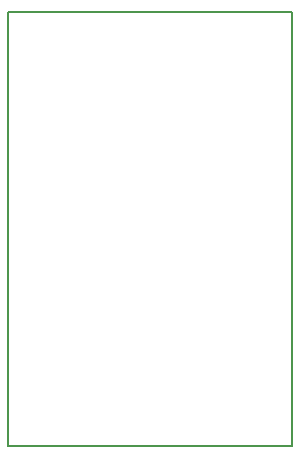
<source format=gbr>
%TF.GenerationSoftware,KiCad,Pcbnew,7.0.7*%
%TF.CreationDate,2023-09-04T20:44:38-04:00*%
%TF.ProjectId,minimal,6d696e69-6d61-46c2-9e6b-696361645f70,rev?*%
%TF.SameCoordinates,Original*%
%TF.FileFunction,Profile,NP*%
%FSLAX46Y46*%
G04 Gerber Fmt 4.6, Leading zero omitted, Abs format (unit mm)*
G04 Created by KiCad (PCBNEW 7.0.7) date 2023-09-04 20:44:38*
%MOMM*%
%LPD*%
G01*
G04 APERTURE LIST*
%TA.AperFunction,Profile*%
%ADD10C,0.200000*%
%TD*%
G04 APERTURE END LIST*
D10*
X0Y0D02*
X24000000Y0D01*
X24000000Y-36750000D01*
X0Y-36750000D01*
X0Y0D01*
M02*

</source>
